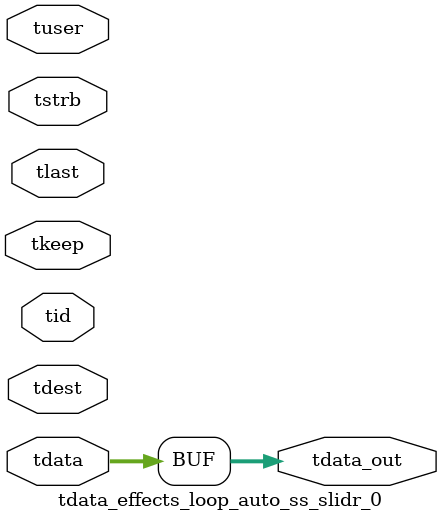
<source format=v>


`timescale 1ps/1ps

module tdata_effects_loop_auto_ss_slidr_0 #
(
parameter C_S_AXIS_TDATA_WIDTH = 32,
parameter C_S_AXIS_TUSER_WIDTH = 0,
parameter C_S_AXIS_TID_WIDTH   = 0,
parameter C_S_AXIS_TDEST_WIDTH = 0,
parameter C_M_AXIS_TDATA_WIDTH = 32
)
(
input  [(C_S_AXIS_TDATA_WIDTH == 0 ? 1 : C_S_AXIS_TDATA_WIDTH)-1:0     ] tdata,
input  [(C_S_AXIS_TUSER_WIDTH == 0 ? 1 : C_S_AXIS_TUSER_WIDTH)-1:0     ] tuser,
input  [(C_S_AXIS_TID_WIDTH   == 0 ? 1 : C_S_AXIS_TID_WIDTH)-1:0       ] tid,
input  [(C_S_AXIS_TDEST_WIDTH == 0 ? 1 : C_S_AXIS_TDEST_WIDTH)-1:0     ] tdest,
input  [(C_S_AXIS_TDATA_WIDTH/8)-1:0 ] tkeep,
input  [(C_S_AXIS_TDATA_WIDTH/8)-1:0 ] tstrb,
input                                                                    tlast,
output [C_M_AXIS_TDATA_WIDTH-1:0] tdata_out
);

assign tdata_out = {tdata[63:0]};

endmodule


</source>
